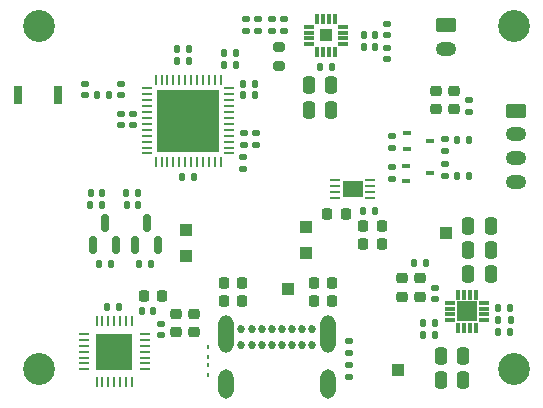
<source format=gts>
G04 #@! TF.GenerationSoftware,KiCad,Pcbnew,(6.0.0)*
G04 #@! TF.CreationDate,2022-04-16T23:03:44-07:00*
G04 #@! TF.ProjectId,YellCube,59656c6c-4375-4626-952e-6b696361645f,rev?*
G04 #@! TF.SameCoordinates,Original*
G04 #@! TF.FileFunction,Soldermask,Top*
G04 #@! TF.FilePolarity,Negative*
%FSLAX46Y46*%
G04 Gerber Fmt 4.6, Leading zero omitted, Abs format (unit mm)*
G04 Created by KiCad (PCBNEW (6.0.0)) date 2022-04-16 23:03:44*
%MOMM*%
%LPD*%
G01*
G04 APERTURE LIST*
G04 Aperture macros list*
%AMRoundRect*
0 Rectangle with rounded corners*
0 $1 Rounding radius*
0 $2 $3 $4 $5 $6 $7 $8 $9 X,Y pos of 4 corners*
0 Add a 4 corners polygon primitive as box body*
4,1,4,$2,$3,$4,$5,$6,$7,$8,$9,$2,$3,0*
0 Add four circle primitives for the rounded corners*
1,1,$1+$1,$2,$3*
1,1,$1+$1,$4,$5*
1,1,$1+$1,$6,$7*
1,1,$1+$1,$8,$9*
0 Add four rect primitives between the rounded corners*
20,1,$1+$1,$2,$3,$4,$5,0*
20,1,$1+$1,$4,$5,$6,$7,0*
20,1,$1+$1,$6,$7,$8,$9,0*
20,1,$1+$1,$8,$9,$2,$3,0*%
G04 Aperture macros list end*
%ADD10RoundRect,0.135000X-0.185000X0.135000X-0.185000X-0.135000X0.185000X-0.135000X0.185000X0.135000X0*%
%ADD11RoundRect,0.135000X-0.135000X-0.185000X0.135000X-0.185000X0.135000X0.185000X-0.135000X0.185000X0*%
%ADD12RoundRect,0.225000X0.225000X0.250000X-0.225000X0.250000X-0.225000X-0.250000X0.225000X-0.250000X0*%
%ADD13R,1.000000X1.000000*%
%ADD14R,0.250000X0.360000*%
%ADD15RoundRect,0.140000X0.140000X0.170000X-0.140000X0.170000X-0.140000X-0.170000X0.140000X-0.170000X0*%
%ADD16RoundRect,0.140000X-0.170000X0.140000X-0.170000X-0.140000X0.170000X-0.140000X0.170000X0.140000X0*%
%ADD17RoundRect,0.140000X0.170000X-0.140000X0.170000X0.140000X-0.170000X0.140000X-0.170000X-0.140000X0*%
%ADD18RoundRect,0.225000X0.250000X-0.225000X0.250000X0.225000X-0.250000X0.225000X-0.250000X-0.225000X0*%
%ADD19R,0.700000X0.450000*%
%ADD20RoundRect,0.135000X0.185000X-0.135000X0.185000X0.135000X-0.185000X0.135000X-0.185000X-0.135000X0*%
%ADD21RoundRect,0.135000X0.135000X0.185000X-0.135000X0.185000X-0.135000X-0.185000X0.135000X-0.185000X0*%
%ADD22RoundRect,0.008100X-0.411900X-0.126900X0.411900X-0.126900X0.411900X0.126900X-0.411900X0.126900X0*%
%ADD23RoundRect,0.008100X-0.126900X-0.411900X0.126900X-0.411900X0.126900X0.411900X-0.126900X0.411900X0*%
%ADD24R,1.100000X1.100000*%
%ADD25RoundRect,0.250000X0.250000X0.475000X-0.250000X0.475000X-0.250000X-0.475000X0.250000X-0.475000X0*%
%ADD26R,0.800000X1.600000*%
%ADD27C,0.685800*%
%ADD28O,1.300000X3.200000*%
%ADD29O,1.300000X2.500000*%
%ADD30R,0.900000X0.254000*%
%ADD31R,0.254000X0.900000*%
%ADD32R,3.100000X3.100000*%
%ADD33RoundRect,0.250000X-0.250000X-0.475000X0.250000X-0.475000X0.250000X0.475000X-0.250000X0.475000X0*%
%ADD34RoundRect,0.200000X0.275000X-0.200000X0.275000X0.200000X-0.275000X0.200000X-0.275000X-0.200000X0*%
%ADD35RoundRect,0.250000X-0.625000X0.350000X-0.625000X-0.350000X0.625000X-0.350000X0.625000X0.350000X0*%
%ADD36O,1.750000X1.200000*%
%ADD37RoundRect,0.147500X-0.147500X-0.172500X0.147500X-0.172500X0.147500X0.172500X-0.147500X0.172500X0*%
%ADD38RoundRect,0.007800X0.122200X-0.422200X0.122200X0.422200X-0.122200X0.422200X-0.122200X-0.422200X0*%
%ADD39RoundRect,0.007800X0.422200X-0.122200X0.422200X0.122200X-0.422200X0.122200X-0.422200X-0.122200X0*%
%ADD40R,1.680000X1.680000*%
%ADD41RoundRect,0.225000X-0.225000X-0.250000X0.225000X-0.250000X0.225000X0.250000X-0.225000X0.250000X0*%
%ADD42C,2.700000*%
%ADD43RoundRect,0.062500X0.337500X0.062500X-0.337500X0.062500X-0.337500X-0.062500X0.337500X-0.062500X0*%
%ADD44R,1.700000X1.400000*%
%ADD45RoundRect,0.140000X-0.140000X-0.170000X0.140000X-0.170000X0.140000X0.170000X-0.140000X0.170000X0*%
%ADD46RoundRect,0.062500X-0.337500X-0.062500X0.337500X-0.062500X0.337500X0.062500X-0.337500X0.062500X0*%
%ADD47RoundRect,0.062500X-0.062500X-0.337500X0.062500X-0.337500X0.062500X0.337500X-0.062500X0.337500X0*%
%ADD48R,5.300000X5.300000*%
%ADD49RoundRect,0.150000X0.150000X-0.587500X0.150000X0.587500X-0.150000X0.587500X-0.150000X-0.587500X0*%
G04 APERTURE END LIST*
D10*
X147066000Y-97534000D03*
X147066000Y-98554000D03*
D11*
X152590000Y-97900000D03*
X153610000Y-97900000D03*
D12*
X146190000Y-106680000D03*
X144640000Y-106680000D03*
D13*
X138303000Y-110490000D03*
D14*
X131499999Y-115380000D03*
X131499999Y-116220000D03*
D15*
X125575000Y-103378000D03*
X124615000Y-103378000D03*
D16*
X124100000Y-95659000D03*
X124100000Y-96619000D03*
D13*
X129667000Y-107696000D03*
D10*
X151600000Y-99890000D03*
X151600000Y-100910000D03*
D17*
X146685000Y-88999000D03*
X146685000Y-88039000D03*
D18*
X147955000Y-111138000D03*
X147955000Y-109588000D03*
D10*
X134500000Y-99290000D03*
X134500000Y-100310000D03*
D17*
X127500000Y-114375000D03*
X127500000Y-113415000D03*
D19*
X148300000Y-100050000D03*
X148300000Y-101350000D03*
X150300000Y-100700000D03*
D11*
X122066000Y-94108000D03*
X123086000Y-94108000D03*
D17*
X135530000Y-98271000D03*
X135530000Y-97311000D03*
D20*
X134747000Y-88648000D03*
X134747000Y-87628000D03*
D21*
X149989000Y-108331000D03*
X148969000Y-108331000D03*
D19*
X148327000Y-97313000D03*
X148327000Y-98613000D03*
X150327000Y-97963000D03*
D15*
X145615000Y-103886000D03*
X144655000Y-103886000D03*
D22*
X140043000Y-88277000D03*
X140043000Y-88777000D03*
X140043000Y-89277000D03*
X140043000Y-89777000D03*
D23*
X140728000Y-90462000D03*
X141228000Y-90462000D03*
X141728000Y-90462000D03*
X142228000Y-90462000D03*
D22*
X142913000Y-89777000D03*
X142913000Y-89277000D03*
X142913000Y-88777000D03*
X142913000Y-88277000D03*
D23*
X142228000Y-87592000D03*
X141728000Y-87592000D03*
X141228000Y-87592000D03*
X140728000Y-87592000D03*
D24*
X141478000Y-89027000D03*
D21*
X150751000Y-113411000D03*
X149731000Y-113411000D03*
D17*
X150749000Y-111351000D03*
X150749000Y-110391000D03*
D21*
X150751000Y-114427000D03*
X149731000Y-114427000D03*
D17*
X121052000Y-94080000D03*
X121052000Y-93120000D03*
D20*
X135763000Y-88648000D03*
X135763000Y-87628000D03*
D25*
X141920000Y-95377000D03*
X140020000Y-95377000D03*
D20*
X151600000Y-98810000D03*
X151600000Y-97790000D03*
D12*
X134379000Y-111506000D03*
X132829000Y-111506000D03*
D10*
X143400000Y-114890000D03*
X143400000Y-115910000D03*
D26*
X118780186Y-94068746D03*
X115380186Y-94068746D03*
D10*
X137903500Y-87628000D03*
X137903500Y-88648000D03*
D27*
X134329949Y-113845400D03*
X135179949Y-113845400D03*
X136029949Y-113845400D03*
X136879949Y-113845400D03*
X137729950Y-113845400D03*
X138579948Y-113845400D03*
X139429949Y-113845400D03*
X140279950Y-113845400D03*
X140279950Y-115195400D03*
X139429949Y-115195400D03*
X138579948Y-115195400D03*
X137729950Y-115195400D03*
X136879949Y-115195400D03*
X136029949Y-115195400D03*
X135179949Y-115195400D03*
X134329949Y-115195400D03*
D28*
X132984948Y-114345399D03*
X141624948Y-114345399D03*
D29*
X141624948Y-118495401D03*
X132984948Y-118495401D03*
D25*
X141920000Y-93218000D03*
X140020000Y-93218000D03*
D18*
X149479000Y-111138000D03*
X149479000Y-109588000D03*
D30*
X126153000Y-117300000D03*
X126153000Y-116800000D03*
X126153000Y-116300000D03*
X126153000Y-115800000D03*
X126153000Y-115300000D03*
X126153000Y-114800000D03*
X126153000Y-114300000D03*
D31*
X125063000Y-113210000D03*
X124563000Y-113210000D03*
X124063000Y-113210000D03*
X123563000Y-113210000D03*
X123063000Y-113210000D03*
X122563000Y-113210000D03*
X122063000Y-113210000D03*
D30*
X120973000Y-114300000D03*
X120973000Y-114800000D03*
X120973000Y-115300000D03*
X120973000Y-115800000D03*
X120973000Y-116300000D03*
X120973000Y-116800000D03*
X120973000Y-117300000D03*
D31*
X122063000Y-118390000D03*
X122563000Y-118390000D03*
X123063000Y-118390000D03*
X123563000Y-118390000D03*
X124063000Y-118390000D03*
X124563000Y-118390000D03*
X125063000Y-118390000D03*
D32*
X123563000Y-115800000D03*
D11*
X125669000Y-108402500D03*
X126689000Y-108402500D03*
D33*
X153550000Y-107168000D03*
X155450000Y-107168000D03*
D12*
X146190000Y-105156000D03*
X144640000Y-105156000D03*
D18*
X150806000Y-95275000D03*
X150806000Y-93725000D03*
X128770000Y-114162000D03*
X128770000Y-112612000D03*
D17*
X134514000Y-98271000D03*
X134514000Y-97311000D03*
D34*
X137522500Y-91630000D03*
X137522500Y-89980000D03*
D33*
X153550000Y-105136000D03*
X155450000Y-105136000D03*
D12*
X134379000Y-109982000D03*
X132829000Y-109982000D03*
D35*
X151680000Y-88154000D03*
D36*
X151680000Y-90154000D03*
D11*
X128890000Y-91170000D03*
X129910000Y-91170000D03*
D37*
X144676000Y-89027000D03*
X145646000Y-89027000D03*
D35*
X157600000Y-95400000D03*
D36*
X157600000Y-97400000D03*
X157600000Y-99400000D03*
X157600000Y-101400000D03*
D38*
X152666000Y-113830000D03*
X153166000Y-113830000D03*
X153666000Y-113830000D03*
X154166000Y-113830000D03*
D39*
X154851000Y-113145000D03*
X154851000Y-112645000D03*
X154851000Y-112145000D03*
X154851000Y-111645000D03*
D38*
X154166000Y-110960000D03*
X153666000Y-110960000D03*
X153166000Y-110960000D03*
X152666000Y-110960000D03*
D39*
X151981000Y-111645000D03*
X151981000Y-112145000D03*
X151981000Y-112645000D03*
X151981000Y-113145000D03*
D40*
X153416000Y-112395000D03*
D11*
X121537000Y-103378000D03*
X122557000Y-103378000D03*
D41*
X140449000Y-111506000D03*
X141999000Y-111506000D03*
D11*
X156081000Y-112141000D03*
X157101000Y-112141000D03*
X152590000Y-100900000D03*
X153610000Y-100900000D03*
D13*
X139827000Y-105283000D03*
D16*
X146685000Y-90071000D03*
X146685000Y-91031000D03*
D11*
X156081000Y-114173000D03*
X157101000Y-114173000D03*
D42*
X117200000Y-88200000D03*
D43*
X145188000Y-102767000D03*
X145188000Y-102267000D03*
X145188000Y-101767000D03*
X145188000Y-101267000D03*
X142288000Y-101267000D03*
X142288000Y-101767000D03*
X142288000Y-102267000D03*
X142288000Y-102767000D03*
D44*
X143738000Y-102017000D03*
D13*
X139827000Y-107442000D03*
D20*
X136887500Y-88648000D03*
X136887500Y-87628000D03*
D37*
X144676000Y-90043000D03*
X145646000Y-90043000D03*
D11*
X124585000Y-102362000D03*
X125605000Y-102362000D03*
D10*
X147066000Y-100201000D03*
X147066000Y-101221000D03*
D41*
X141592000Y-104140000D03*
X143142000Y-104140000D03*
D11*
X129290000Y-101000000D03*
X130310000Y-101000000D03*
X128890000Y-90170000D03*
X129910000Y-90170000D03*
D25*
X153096000Y-116205000D03*
X151196000Y-116205000D03*
D42*
X157400000Y-117300000D03*
X117200000Y-117300000D03*
D45*
X132891000Y-90552000D03*
X133851000Y-90552000D03*
D15*
X122527000Y-102362000D03*
X121567000Y-102362000D03*
X141958000Y-91694000D03*
X140998000Y-91694000D03*
D18*
X130294000Y-114162000D03*
X130294000Y-112612000D03*
D17*
X153600000Y-95488000D03*
X153600000Y-94528000D03*
D14*
X131500000Y-117768000D03*
X131500000Y-116928000D03*
D11*
X122240000Y-108402500D03*
X123260000Y-108402500D03*
D13*
X147574000Y-117348000D03*
D46*
X126365000Y-93517000D03*
X126365000Y-94017000D03*
X126365000Y-94517000D03*
X126365000Y-95017000D03*
X126365000Y-95517000D03*
X126365000Y-96017000D03*
X126365000Y-96517000D03*
X126365000Y-97017000D03*
X126365000Y-97517000D03*
X126365000Y-98017000D03*
X126365000Y-98517000D03*
X126365000Y-99017000D03*
D47*
X127065000Y-99717000D03*
X127565000Y-99717000D03*
X128065000Y-99717000D03*
X128565000Y-99717000D03*
X129065000Y-99717000D03*
X129565000Y-99717000D03*
X130065000Y-99717000D03*
X130565000Y-99717000D03*
X131065000Y-99717000D03*
X131565000Y-99717000D03*
X132065000Y-99717000D03*
X132565000Y-99717000D03*
D46*
X133265000Y-99017000D03*
X133265000Y-98517000D03*
X133265000Y-98017000D03*
X133265000Y-97517000D03*
X133265000Y-97017000D03*
X133265000Y-96517000D03*
X133265000Y-96017000D03*
X133265000Y-95517000D03*
X133265000Y-95017000D03*
X133265000Y-94517000D03*
X133265000Y-94017000D03*
X133265000Y-93517000D03*
D47*
X132565000Y-92817000D03*
X132065000Y-92817000D03*
X131565000Y-92817000D03*
X131065000Y-92817000D03*
X130565000Y-92817000D03*
X130065000Y-92817000D03*
X129565000Y-92817000D03*
X129065000Y-92817000D03*
X128565000Y-92817000D03*
X128065000Y-92817000D03*
X127565000Y-92817000D03*
X127065000Y-92817000D03*
D48*
X129815000Y-96267000D03*
D25*
X153096000Y-118237000D03*
X151196000Y-118237000D03*
D41*
X140449000Y-109982000D03*
X141999000Y-109982000D03*
D20*
X143400000Y-117942000D03*
X143400000Y-116922000D03*
D13*
X151638000Y-105791000D03*
D45*
X125877000Y-112371000D03*
X126837000Y-112371000D03*
D42*
X157400000Y-88200000D03*
D17*
X124100000Y-94080000D03*
X124100000Y-93120000D03*
D11*
X134491000Y-93100000D03*
X135511000Y-93100000D03*
D45*
X132891000Y-91568000D03*
X133851000Y-91568000D03*
D18*
X152330000Y-95275000D03*
X152330000Y-93725000D03*
D13*
X129667000Y-105537000D03*
D33*
X153550000Y-109200000D03*
X155450000Y-109200000D03*
D49*
X121800000Y-106800000D03*
X123700000Y-106800000D03*
X122750000Y-104925000D03*
D11*
X134491000Y-94107000D03*
X135511000Y-94107000D03*
D16*
X125116000Y-95659000D03*
X125116000Y-96619000D03*
D21*
X157110000Y-113157000D03*
X156090000Y-113157000D03*
D41*
X126090000Y-111101000D03*
X127640000Y-111101000D03*
D49*
X125356000Y-106800000D03*
X127256000Y-106800000D03*
X126306000Y-104925000D03*
D11*
X122926000Y-111990000D03*
X123946000Y-111990000D03*
M02*

</source>
